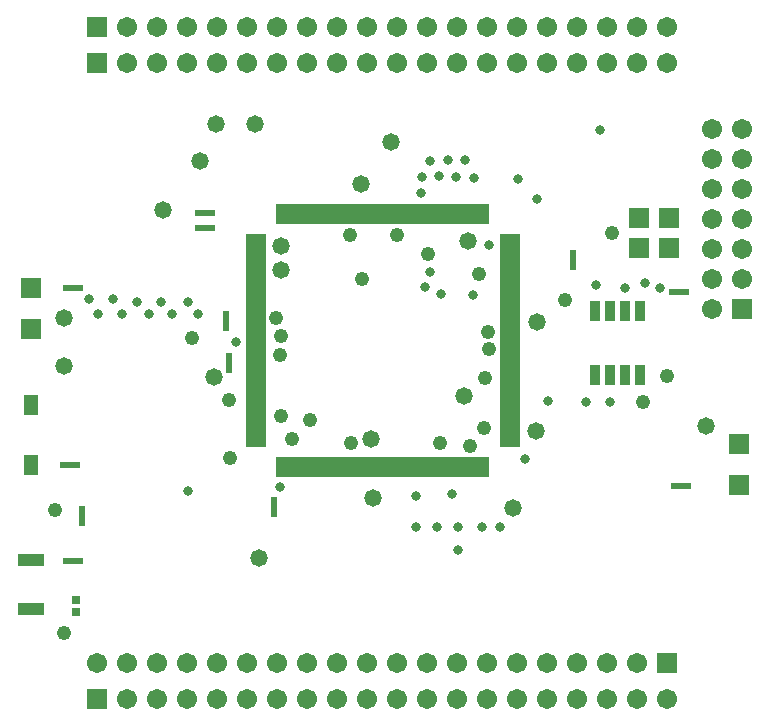
<source format=gts>
G04*
G04 #@! TF.GenerationSoftware,Altium Limited,Altium Designer,19.1.7 (138)*
G04*
G04 Layer_Color=8388736*
%FSLAX25Y25*%
%MOIN*%
G70*
G01*
G75*
%ADD26R,0.03261X0.02375*%
%ADD27R,0.02375X0.03261*%
%ADD28R,0.04737X0.07099*%
%ADD29R,0.02769X0.03162*%
%ADD30R,0.03359X0.06804*%
%ADD31R,0.08674X0.03950*%
%ADD32R,0.06706X0.07099*%
%ADD33R,0.06607X0.01981*%
%ADD34R,0.01981X0.06607*%
%ADD35R,0.06706X0.06706*%
%ADD36C,0.06706*%
%ADD37R,0.06706X0.06706*%
%ADD38C,0.05800*%
%ADD39C,0.04800*%
%ADD40C,0.03200*%
D26*
X231322Y81300D02*
D03*
X228078D02*
D03*
X28822Y147300D02*
D03*
X25578D02*
D03*
X25578Y56300D02*
D03*
X28822D02*
D03*
X72822Y167300D02*
D03*
X69578D02*
D03*
X72822Y172300D02*
D03*
X69578D02*
D03*
X24578Y88300D02*
D03*
X27822D02*
D03*
X230622Y145700D02*
D03*
X227378D02*
D03*
D27*
X30200Y72922D02*
D03*
Y69678D02*
D03*
X79200Y123922D02*
D03*
Y120678D02*
D03*
X78000Y134678D02*
D03*
Y137922D02*
D03*
X193700Y154778D02*
D03*
Y158022D02*
D03*
X94200Y75922D02*
D03*
Y72678D02*
D03*
D28*
X13200Y108300D02*
D03*
Y88300D02*
D03*
D29*
X28200Y39300D02*
D03*
Y43237D02*
D03*
D30*
X201200Y118123D02*
D03*
X206200D02*
D03*
X211200D02*
D03*
X216200D02*
D03*
Y139477D02*
D03*
X211200D02*
D03*
X206200D02*
D03*
X201200D02*
D03*
D31*
X13200Y56568D02*
D03*
Y40032D02*
D03*
D32*
X215900Y170521D02*
D03*
X225900D02*
D03*
Y160679D02*
D03*
X215900D02*
D03*
D33*
X88046Y164073D02*
D03*
Y162105D02*
D03*
Y160136D02*
D03*
Y158168D02*
D03*
Y156199D02*
D03*
Y154231D02*
D03*
Y152262D02*
D03*
Y150294D02*
D03*
Y148325D02*
D03*
Y146357D02*
D03*
Y144388D02*
D03*
Y142420D02*
D03*
Y140451D02*
D03*
Y138483D02*
D03*
Y136514D02*
D03*
Y134546D02*
D03*
Y132577D02*
D03*
Y130609D02*
D03*
Y128640D02*
D03*
Y126672D02*
D03*
Y124703D02*
D03*
Y122735D02*
D03*
Y120766D02*
D03*
Y118798D02*
D03*
Y116829D02*
D03*
Y114861D02*
D03*
Y112892D02*
D03*
Y110924D02*
D03*
Y108955D02*
D03*
Y106987D02*
D03*
Y105018D02*
D03*
Y103050D02*
D03*
Y101081D02*
D03*
Y99113D02*
D03*
Y97144D02*
D03*
Y95176D02*
D03*
X172597D02*
D03*
Y97144D02*
D03*
Y99113D02*
D03*
Y101081D02*
D03*
Y103050D02*
D03*
Y105018D02*
D03*
Y106987D02*
D03*
Y108955D02*
D03*
Y110924D02*
D03*
Y112892D02*
D03*
Y114861D02*
D03*
Y116829D02*
D03*
Y118798D02*
D03*
Y120766D02*
D03*
Y122735D02*
D03*
Y124703D02*
D03*
Y126672D02*
D03*
Y128640D02*
D03*
Y130609D02*
D03*
Y132577D02*
D03*
Y134546D02*
D03*
Y136514D02*
D03*
Y138483D02*
D03*
Y140451D02*
D03*
Y142420D02*
D03*
Y144388D02*
D03*
Y146357D02*
D03*
Y148325D02*
D03*
Y150294D02*
D03*
Y152262D02*
D03*
Y154231D02*
D03*
Y156199D02*
D03*
Y158168D02*
D03*
Y160136D02*
D03*
Y162105D02*
D03*
Y164073D02*
D03*
D34*
X95872Y87349D02*
D03*
X97841D02*
D03*
X99809D02*
D03*
X101778D02*
D03*
X103746D02*
D03*
X105715D02*
D03*
X107684D02*
D03*
X109652D02*
D03*
X111620D02*
D03*
X113589D02*
D03*
X115558D02*
D03*
X117526D02*
D03*
X119494D02*
D03*
X121463D02*
D03*
X123432D02*
D03*
X125400D02*
D03*
X127368D02*
D03*
X129337D02*
D03*
X131306D02*
D03*
X133274D02*
D03*
X135242D02*
D03*
X137211D02*
D03*
X139180D02*
D03*
X141148D02*
D03*
X143116D02*
D03*
X145085D02*
D03*
X147054D02*
D03*
X149022D02*
D03*
X150991D02*
D03*
X152959D02*
D03*
X154928D02*
D03*
X156896D02*
D03*
X158865D02*
D03*
X160833D02*
D03*
X162802D02*
D03*
X164770D02*
D03*
Y171900D02*
D03*
X162802D02*
D03*
X160833D02*
D03*
X158865D02*
D03*
X156896D02*
D03*
X154928D02*
D03*
X152959D02*
D03*
X150991D02*
D03*
X149022D02*
D03*
X147054D02*
D03*
X145085D02*
D03*
X143116D02*
D03*
X141148D02*
D03*
X139180D02*
D03*
X137211D02*
D03*
X135242D02*
D03*
X133274D02*
D03*
X131306D02*
D03*
X129337D02*
D03*
X127368D02*
D03*
X125400D02*
D03*
X123432D02*
D03*
X121463D02*
D03*
X119494D02*
D03*
X117526D02*
D03*
X115558D02*
D03*
X113589D02*
D03*
X111620D02*
D03*
X109652D02*
D03*
X107684D02*
D03*
X105715D02*
D03*
X103746D02*
D03*
X101778D02*
D03*
X99809D02*
D03*
X97841D02*
D03*
X95872D02*
D03*
D35*
X249200Y81410D02*
D03*
Y95190D02*
D03*
X13200Y147190D02*
D03*
Y133410D02*
D03*
X250031Y140150D02*
D03*
D36*
X225200Y10300D02*
D03*
X215200D02*
D03*
X205200D02*
D03*
X195200D02*
D03*
X185200D02*
D03*
X175200D02*
D03*
X165200D02*
D03*
X155200D02*
D03*
X145200D02*
D03*
X135200D02*
D03*
X125200D02*
D03*
X115200D02*
D03*
X105200D02*
D03*
X95200D02*
D03*
X85200D02*
D03*
X75200D02*
D03*
X65200D02*
D03*
X55200D02*
D03*
X45200D02*
D03*
X240031Y140150D02*
D03*
X250031Y150150D02*
D03*
X240031D02*
D03*
X250031Y160150D02*
D03*
X240031D02*
D03*
X250031Y170150D02*
D03*
X240031D02*
D03*
X250031Y180150D02*
D03*
X240031D02*
D03*
X250031Y190150D02*
D03*
X240031D02*
D03*
X250031Y200150D02*
D03*
X240031D02*
D03*
X45200Y222300D02*
D03*
X55200D02*
D03*
X65200D02*
D03*
X75200D02*
D03*
X85200D02*
D03*
X95200D02*
D03*
X105200D02*
D03*
X115200D02*
D03*
X125200D02*
D03*
X135200D02*
D03*
X145200D02*
D03*
X155200D02*
D03*
X165200D02*
D03*
X175200D02*
D03*
X185200D02*
D03*
X195200D02*
D03*
X205200D02*
D03*
X215200D02*
D03*
X225200D02*
D03*
X45031Y234150D02*
D03*
X55031D02*
D03*
X65031D02*
D03*
X75031D02*
D03*
X85031D02*
D03*
X95031D02*
D03*
X105031D02*
D03*
X115031D02*
D03*
X125031D02*
D03*
X135031D02*
D03*
X145031D02*
D03*
X155031D02*
D03*
X165031D02*
D03*
X175031D02*
D03*
X185031D02*
D03*
X195031D02*
D03*
X205031D02*
D03*
X215031D02*
D03*
X225031D02*
D03*
X215200Y22300D02*
D03*
X205200D02*
D03*
X195200D02*
D03*
X185200D02*
D03*
X175200D02*
D03*
X165200D02*
D03*
X155200D02*
D03*
X145200D02*
D03*
X135200D02*
D03*
X125200D02*
D03*
X115200D02*
D03*
X105200D02*
D03*
X95200D02*
D03*
X85200D02*
D03*
X75200D02*
D03*
X65200D02*
D03*
X55200D02*
D03*
X45200D02*
D03*
X35200D02*
D03*
D37*
Y10300D02*
D03*
Y222300D02*
D03*
X35031Y234150D02*
D03*
X225200Y22300D02*
D03*
D38*
X74700Y201800D02*
D03*
X87900D02*
D03*
X158700Y163000D02*
D03*
X126321Y96900D02*
D03*
X96521Y161224D02*
D03*
X127121Y77324D02*
D03*
X133021Y195724D02*
D03*
X181521Y99374D02*
D03*
X96321Y153124D02*
D03*
X173621Y73824D02*
D03*
X74221Y117424D02*
D03*
X123021Y181824D02*
D03*
X181821Y135824D02*
D03*
X157300Y111300D02*
D03*
X238200Y101300D02*
D03*
X89200Y57300D02*
D03*
X24200Y137300D02*
D03*
X57200Y173300D02*
D03*
X69556Y189600D02*
D03*
X24200Y121300D02*
D03*
D39*
X96498Y131100D02*
D03*
X149500Y95666D02*
D03*
X95981Y124850D02*
D03*
X165421Y132624D02*
D03*
X159321Y94524D02*
D03*
X100000Y96800D02*
D03*
X165645Y126748D02*
D03*
X162300Y151900D02*
D03*
X79264Y90373D02*
D03*
X66900Y130500D02*
D03*
X94700Y137100D02*
D03*
X119721Y95524D02*
D03*
X145421Y158624D02*
D03*
X123421Y150224D02*
D03*
X135043Y164949D02*
D03*
X106121Y103324D02*
D03*
X164321Y117124D02*
D03*
X79221Y109824D02*
D03*
X164121Y100624D02*
D03*
X96521Y104424D02*
D03*
X119543Y164849D02*
D03*
X206800Y165600D02*
D03*
X24200Y32300D02*
D03*
X21200Y73300D02*
D03*
X191200Y143300D02*
D03*
X217200Y109300D02*
D03*
X225200Y117800D02*
D03*
D40*
X185500Y109400D02*
D03*
X144500Y147400D02*
D03*
X181621Y176724D02*
D03*
X154664Y184073D02*
D03*
X165821Y161424D02*
D03*
X160421Y144924D02*
D03*
X155264Y59873D02*
D03*
X40264Y143373D02*
D03*
X96164Y80773D02*
D03*
X32264Y143373D02*
D03*
X48264Y142373D02*
D03*
X141264Y67373D02*
D03*
X65264Y142373D02*
D03*
X157764Y189973D02*
D03*
X160664Y183773D02*
D03*
X35264Y138373D02*
D03*
X202743Y199908D02*
D03*
X149818Y145274D02*
D03*
X177621Y90324D02*
D03*
X146043Y152449D02*
D03*
X141264Y77773D02*
D03*
X149064Y184573D02*
D03*
X146064Y189673D02*
D03*
X163264Y67373D02*
D03*
X60014Y138373D02*
D03*
X143064Y178873D02*
D03*
X143364Y184173D02*
D03*
X151964Y189873D02*
D03*
X169264Y67373D02*
D03*
X43264Y138373D02*
D03*
X155264Y67373D02*
D03*
X52264Y138373D02*
D03*
X56264Y142373D02*
D03*
X175443Y183449D02*
D03*
X68764Y138373D02*
D03*
X153264Y78373D02*
D03*
X148264Y67373D02*
D03*
X222700Y147100D02*
D03*
X81500Y129100D02*
D03*
X201400Y148100D02*
D03*
X65300Y79400D02*
D03*
X217600Y149000D02*
D03*
X211200Y147300D02*
D03*
X206200Y109300D02*
D03*
X198200D02*
D03*
M02*

</source>
